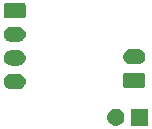
<source format=gbs>
G04 #@! TF.GenerationSoftware,KiCad,Pcbnew,(5.1.4)-1*
G04 #@! TF.CreationDate,2020-03-01T13:43:41+08:00*
G04 #@! TF.ProjectId,Core-Charger,436f7265-2d43-4686-9172-6765722e6b69,rev?*
G04 #@! TF.SameCoordinates,Original*
G04 #@! TF.FileFunction,Soldermask,Bot*
G04 #@! TF.FilePolarity,Negative*
%FSLAX46Y46*%
G04 Gerber Fmt 4.6, Leading zero omitted, Abs format (unit mm)*
G04 Created by KiCad (PCBNEW (5.1.4)-1) date 2020-03-01 13:43:41*
%MOMM*%
%LPD*%
G04 APERTURE LIST*
%ADD10C,0.020000*%
G04 APERTURE END LIST*
D10*
G36*
X144116000Y-97356000D02*
G01*
X142664000Y-97356000D01*
X142664000Y-95904000D01*
X144116000Y-95904000D01*
X144116000Y-97356000D01*
X144116000Y-97356000D01*
G37*
G36*
X141461213Y-95907502D02*
G01*
X141532321Y-95914505D01*
X141669172Y-95956019D01*
X141669175Y-95956020D01*
X141795294Y-96023432D01*
X141905843Y-96114157D01*
X141996568Y-96224706D01*
X142063980Y-96350825D01*
X142063981Y-96350828D01*
X142105495Y-96487679D01*
X142119512Y-96630000D01*
X142105495Y-96772321D01*
X142063981Y-96909172D01*
X142063980Y-96909175D01*
X141996568Y-97035294D01*
X141905843Y-97145843D01*
X141795294Y-97236568D01*
X141669175Y-97303980D01*
X141669172Y-97303981D01*
X141532321Y-97345495D01*
X141461213Y-97352498D01*
X141425660Y-97356000D01*
X141354340Y-97356000D01*
X141318787Y-97352498D01*
X141247679Y-97345495D01*
X141110828Y-97303981D01*
X141110825Y-97303980D01*
X140984706Y-97236568D01*
X140874157Y-97145843D01*
X140783432Y-97035294D01*
X140716020Y-96909175D01*
X140716019Y-96909172D01*
X140674505Y-96772321D01*
X140660488Y-96630000D01*
X140674505Y-96487679D01*
X140716019Y-96350828D01*
X140716020Y-96350825D01*
X140783432Y-96224706D01*
X140874157Y-96114157D01*
X140984706Y-96023432D01*
X141110825Y-95956020D01*
X141110828Y-95956019D01*
X141247679Y-95914505D01*
X141318787Y-95907502D01*
X141354340Y-95904000D01*
X141425660Y-95904000D01*
X141461213Y-95907502D01*
X141461213Y-95907502D01*
G37*
G36*
X133168855Y-92952140D02*
G01*
X133232618Y-92958420D01*
X133323404Y-92985960D01*
X133355336Y-92995646D01*
X133468425Y-93056094D01*
X133567554Y-93137446D01*
X133648906Y-93236575D01*
X133709354Y-93349664D01*
X133709355Y-93349668D01*
X133746580Y-93472382D01*
X133759149Y-93600000D01*
X133746580Y-93727618D01*
X133719040Y-93818404D01*
X133709354Y-93850336D01*
X133648906Y-93963425D01*
X133567554Y-94062554D01*
X133468425Y-94143906D01*
X133355336Y-94204354D01*
X133323404Y-94214040D01*
X133232618Y-94241580D01*
X133168855Y-94247860D01*
X133136974Y-94251000D01*
X132523026Y-94251000D01*
X132491145Y-94247860D01*
X132427382Y-94241580D01*
X132336596Y-94214040D01*
X132304664Y-94204354D01*
X132191575Y-94143906D01*
X132092446Y-94062554D01*
X132011094Y-93963425D01*
X131950646Y-93850336D01*
X131940960Y-93818404D01*
X131913420Y-93727618D01*
X131900851Y-93600000D01*
X131913420Y-93472382D01*
X131950645Y-93349668D01*
X131950646Y-93349664D01*
X132011094Y-93236575D01*
X132092446Y-93137446D01*
X132191575Y-93056094D01*
X132304664Y-92995646D01*
X132336596Y-92985960D01*
X132427382Y-92958420D01*
X132491145Y-92952140D01*
X132523026Y-92949000D01*
X133136974Y-92949000D01*
X133168855Y-92952140D01*
X133168855Y-92952140D01*
G37*
G36*
X143716242Y-92863404D02*
G01*
X143753337Y-92874657D01*
X143787515Y-92892925D01*
X143817481Y-92917519D01*
X143842075Y-92947485D01*
X143860343Y-92981663D01*
X143871596Y-93018758D01*
X143876000Y-93063474D01*
X143876000Y-93956526D01*
X143871596Y-94001242D01*
X143860343Y-94038337D01*
X143842075Y-94072515D01*
X143817481Y-94102481D01*
X143787515Y-94127075D01*
X143753337Y-94145343D01*
X143716242Y-94156596D01*
X143671526Y-94161000D01*
X142228474Y-94161000D01*
X142183758Y-94156596D01*
X142146663Y-94145343D01*
X142112485Y-94127075D01*
X142082519Y-94102481D01*
X142057925Y-94072515D01*
X142039657Y-94038337D01*
X142028404Y-94001242D01*
X142024000Y-93956526D01*
X142024000Y-93063474D01*
X142028404Y-93018758D01*
X142039657Y-92981663D01*
X142057925Y-92947485D01*
X142082519Y-92917519D01*
X142112485Y-92892925D01*
X142146663Y-92874657D01*
X142183758Y-92863404D01*
X142228474Y-92859000D01*
X143671526Y-92859000D01*
X143716242Y-92863404D01*
X143716242Y-92863404D01*
G37*
G36*
X133168855Y-90952140D02*
G01*
X133232618Y-90958420D01*
X133323404Y-90985960D01*
X133355336Y-90995646D01*
X133468425Y-91056094D01*
X133567554Y-91137446D01*
X133648906Y-91236575D01*
X133709354Y-91349664D01*
X133709355Y-91349668D01*
X133746580Y-91472382D01*
X133759149Y-91600000D01*
X133746580Y-91727618D01*
X133736656Y-91760332D01*
X133709354Y-91850336D01*
X133648906Y-91963425D01*
X133567554Y-92062554D01*
X133468425Y-92143906D01*
X133355336Y-92204354D01*
X133323404Y-92214040D01*
X133232618Y-92241580D01*
X133168855Y-92247860D01*
X133136974Y-92251000D01*
X132523026Y-92251000D01*
X132491145Y-92247860D01*
X132427382Y-92241580D01*
X132336596Y-92214040D01*
X132304664Y-92204354D01*
X132191575Y-92143906D01*
X132092446Y-92062554D01*
X132011094Y-91963425D01*
X131950646Y-91850336D01*
X131923344Y-91760332D01*
X131913420Y-91727618D01*
X131900851Y-91600000D01*
X131913420Y-91472382D01*
X131950645Y-91349668D01*
X131950646Y-91349664D01*
X132011094Y-91236575D01*
X132092446Y-91137446D01*
X132191575Y-91056094D01*
X132304664Y-90995646D01*
X132336596Y-90985960D01*
X132427382Y-90958420D01*
X132491145Y-90952140D01*
X132523026Y-90949000D01*
X133136974Y-90949000D01*
X133168855Y-90952140D01*
X133168855Y-90952140D01*
G37*
G36*
X143288855Y-90862140D02*
G01*
X143352618Y-90868420D01*
X143443404Y-90895960D01*
X143475336Y-90905646D01*
X143588425Y-90966094D01*
X143687554Y-91047446D01*
X143768906Y-91146575D01*
X143829354Y-91259664D01*
X143829355Y-91259668D01*
X143866580Y-91382382D01*
X143879149Y-91510000D01*
X143866580Y-91637618D01*
X143839279Y-91727616D01*
X143829354Y-91760336D01*
X143768906Y-91873425D01*
X143687554Y-91972554D01*
X143588425Y-92053906D01*
X143475336Y-92114354D01*
X143443404Y-92124040D01*
X143352618Y-92151580D01*
X143288855Y-92157860D01*
X143256974Y-92161000D01*
X142643026Y-92161000D01*
X142611145Y-92157860D01*
X142547382Y-92151580D01*
X142456596Y-92124040D01*
X142424664Y-92114354D01*
X142311575Y-92053906D01*
X142212446Y-91972554D01*
X142131094Y-91873425D01*
X142070646Y-91760336D01*
X142060721Y-91727616D01*
X142033420Y-91637618D01*
X142020851Y-91510000D01*
X142033420Y-91382382D01*
X142070645Y-91259668D01*
X142070646Y-91259664D01*
X142131094Y-91146575D01*
X142212446Y-91047446D01*
X142311575Y-90966094D01*
X142424664Y-90905646D01*
X142456596Y-90895960D01*
X142547382Y-90868420D01*
X142611145Y-90862140D01*
X142643026Y-90859000D01*
X143256974Y-90859000D01*
X143288855Y-90862140D01*
X143288855Y-90862140D01*
G37*
G36*
X133168855Y-88952140D02*
G01*
X133232618Y-88958420D01*
X133323404Y-88985960D01*
X133355336Y-88995646D01*
X133468425Y-89056094D01*
X133567554Y-89137446D01*
X133648906Y-89236575D01*
X133709354Y-89349664D01*
X133709355Y-89349668D01*
X133746580Y-89472382D01*
X133759149Y-89600000D01*
X133746580Y-89727618D01*
X133719040Y-89818404D01*
X133709354Y-89850336D01*
X133648906Y-89963425D01*
X133567554Y-90062554D01*
X133468425Y-90143906D01*
X133355336Y-90204354D01*
X133323404Y-90214040D01*
X133232618Y-90241580D01*
X133168855Y-90247860D01*
X133136974Y-90251000D01*
X132523026Y-90251000D01*
X132491145Y-90247860D01*
X132427382Y-90241580D01*
X132336596Y-90214040D01*
X132304664Y-90204354D01*
X132191575Y-90143906D01*
X132092446Y-90062554D01*
X132011094Y-89963425D01*
X131950646Y-89850336D01*
X131940960Y-89818404D01*
X131913420Y-89727618D01*
X131900851Y-89600000D01*
X131913420Y-89472382D01*
X131950645Y-89349668D01*
X131950646Y-89349664D01*
X132011094Y-89236575D01*
X132092446Y-89137446D01*
X132191575Y-89056094D01*
X132304664Y-88995646D01*
X132336596Y-88985960D01*
X132427382Y-88958420D01*
X132491145Y-88952140D01*
X132523026Y-88949000D01*
X133136974Y-88949000D01*
X133168855Y-88952140D01*
X133168855Y-88952140D01*
G37*
G36*
X133596242Y-86953404D02*
G01*
X133633337Y-86964657D01*
X133667515Y-86982925D01*
X133697481Y-87007519D01*
X133722075Y-87037485D01*
X133740343Y-87071663D01*
X133751596Y-87108758D01*
X133756000Y-87153474D01*
X133756000Y-88046526D01*
X133751596Y-88091242D01*
X133740343Y-88128337D01*
X133722075Y-88162515D01*
X133697481Y-88192481D01*
X133667515Y-88217075D01*
X133633337Y-88235343D01*
X133596242Y-88246596D01*
X133551526Y-88251000D01*
X132108474Y-88251000D01*
X132063758Y-88246596D01*
X132026663Y-88235343D01*
X131992485Y-88217075D01*
X131962519Y-88192481D01*
X131937925Y-88162515D01*
X131919657Y-88128337D01*
X131908404Y-88091242D01*
X131904000Y-88046526D01*
X131904000Y-87153474D01*
X131908404Y-87108758D01*
X131919657Y-87071663D01*
X131937925Y-87037485D01*
X131962519Y-87007519D01*
X131992485Y-86982925D01*
X132026663Y-86964657D01*
X132063758Y-86953404D01*
X132108474Y-86949000D01*
X133551526Y-86949000D01*
X133596242Y-86953404D01*
X133596242Y-86953404D01*
G37*
M02*

</source>
